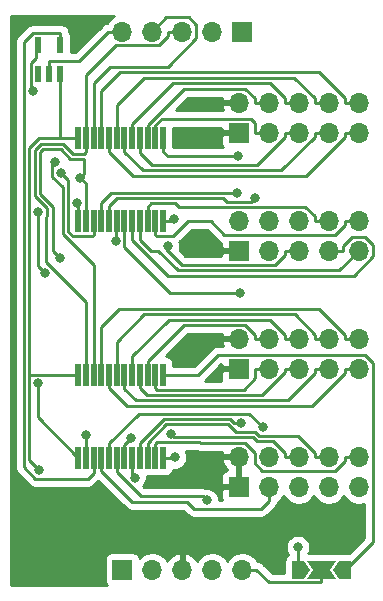
<source format=gtl>
%TF.GenerationSoftware,KiCad,Pcbnew,(5.1.6-0-10_14)*%
%TF.CreationDate,2021-04-14T13:26:41+09:00*%
%TF.ProjectId,qPCR-photo_mux_74HC4067SSOP,71504352-2d70-4686-9f74-6f5f6d75785f,rev?*%
%TF.SameCoordinates,Original*%
%TF.FileFunction,Copper,L1,Top*%
%TF.FilePolarity,Positive*%
%FSLAX46Y46*%
G04 Gerber Fmt 4.6, Leading zero omitted, Abs format (unit mm)*
G04 Created by KiCad (PCBNEW (5.1.6-0-10_14)) date 2021-04-14 13:26:41*
%MOMM*%
%LPD*%
G01*
G04 APERTURE LIST*
%TA.AperFunction,ComponentPad*%
%ADD10R,1.700000X1.700000*%
%TD*%
%TA.AperFunction,ComponentPad*%
%ADD11O,1.700000X1.700000*%
%TD*%
%TA.AperFunction,SMDPad,CuDef*%
%ADD12C,0.100000*%
%TD*%
%TA.AperFunction,Conductor*%
%ADD13C,0.100000*%
%TD*%
%TA.AperFunction,SMDPad,CuDef*%
%ADD14R,0.558800X1.473200*%
%TD*%
%TA.AperFunction,SMDPad,CuDef*%
%ADD15R,0.480000X1.900000*%
%TD*%
%TA.AperFunction,ViaPad*%
%ADD16C,0.800000*%
%TD*%
%TA.AperFunction,Conductor*%
%ADD17C,0.250000*%
%TD*%
%TA.AperFunction,Conductor*%
%ADD18C,0.254000*%
%TD*%
G04 APERTURE END LIST*
D10*
%TO.P,J2,1*%
%TO.N,ADDRESSA3*%
X103298000Y-64440000D03*
D11*
%TO.P,J2,2*%
%TO.N,ADDRESSA2*%
X100758000Y-64440000D03*
%TO.P,J2,3*%
%TO.N,ADDRESSA1*%
X98218000Y-64440000D03*
%TO.P,J2,4*%
%TO.N,ADDRESSA0*%
X95678000Y-64440000D03*
%TO.P,J2,5*%
%TO.N,MUX_SELECT*%
X93138000Y-64440000D03*
%TD*%
%TA.AperFunction,SMDPad,CuDef*%
D12*
%TO.P,JP1,1*%
%TO.N,/PD_MUX_OUT1*%
G36*
X109000000Y-110000000D02*
G01*
X108500000Y-110750000D01*
X107500000Y-110750000D01*
X107500000Y-109250000D01*
X108500000Y-109250000D01*
X109000000Y-110000000D01*
G37*
%TD.AperFunction*%
%TA.AperFunction,Conductor*%
D13*
%TD*%
%TO.N,PD_MUX_OUT*%
%TO.C,JP1*%
G36*
X110700000Y-110000000D02*
G01*
X111200000Y-110750000D01*
X108800000Y-110750000D01*
X109300000Y-110000000D01*
X108800000Y-109250000D01*
X111200000Y-109250000D01*
X110700000Y-110000000D01*
G37*
%TD.AperFunction*%
%TA.AperFunction,SMDPad,CuDef*%
D12*
%TO.P,JP1,3*%
%TO.N,/PD_MUX_OUT2*%
G36*
X111000000Y-110000000D02*
G01*
X111500000Y-109250000D01*
X112500000Y-109250000D01*
X112500000Y-110750000D01*
X111500000Y-110750000D01*
X111000000Y-110000000D01*
G37*
%TD.AperFunction*%
%TD*%
D11*
%TO.P,N_PD1,10*%
%TO.N,N_PD1_OUT1*%
X113160000Y-70460000D03*
%TO.P,N_PD1,9*%
%TO.N,N_PD1_OUT2*%
X113160000Y-73000000D03*
%TO.P,N_PD1,8*%
%TO.N,N_PD1_OUT3*%
X110620000Y-70460000D03*
%TO.P,N_PD1,7*%
%TO.N,N_PD1_OUT4*%
X110620000Y-73000000D03*
%TO.P,N_PD1,6*%
%TO.N,N_PD1_OUT5*%
X108080000Y-70460000D03*
%TO.P,N_PD1,5*%
%TO.N,N_PD1_OUT6*%
X108080000Y-73000000D03*
%TO.P,N_PD1,4*%
%TO.N,N_PD1_OUT7*%
X105540000Y-70460000D03*
%TO.P,N_PD1,3*%
%TO.N,N_PD1_OUT8*%
X105540000Y-73000000D03*
%TO.P,N_PD1,2*%
%TO.N,PHOTO_GND*%
X103000000Y-70460000D03*
D10*
%TO.P,N_PD1,1*%
X103000000Y-73000000D03*
%TD*%
%TO.P,N_PD2,1*%
%TO.N,PHOTO_GND*%
X103000000Y-83000000D03*
D11*
%TO.P,N_PD2,2*%
X103000000Y-80460000D03*
%TO.P,N_PD2,3*%
%TO.N,N_PD1_OUT16*%
X105540000Y-83000000D03*
%TO.P,N_PD2,4*%
%TO.N,N_PD1_OUT15*%
X105540000Y-80460000D03*
%TO.P,N_PD2,5*%
%TO.N,N_PD1_OUT14*%
X108080000Y-83000000D03*
%TO.P,N_PD2,6*%
%TO.N,N_PD1_OUT13*%
X108080000Y-80460000D03*
%TO.P,N_PD2,7*%
%TO.N,N_PD1_OUT12*%
X110620000Y-83000000D03*
%TO.P,N_PD2,8*%
%TO.N,N_PD1_OUT10*%
X110620000Y-80460000D03*
%TO.P,N_PD2,9*%
%TO.N,N_PD1_OUT11*%
X113160000Y-83000000D03*
%TO.P,N_PD2,10*%
%TO.N,N_PD1_OUT9*%
X113160000Y-80460000D03*
%TD*%
D10*
%TO.P,S_PD1,1*%
%TO.N,PHOTO_GND*%
X103000000Y-93000000D03*
D11*
%TO.P,S_PD1,2*%
X103000000Y-90460000D03*
%TO.P,S_PD1,3*%
%TO.N,S_PD1_OUT8*%
X105540000Y-93000000D03*
%TO.P,S_PD1,4*%
%TO.N,S_PD1_OUT7*%
X105540000Y-90460000D03*
%TO.P,S_PD1,5*%
%TO.N,S_PD1_OUT6*%
X108080000Y-93000000D03*
%TO.P,S_PD1,6*%
%TO.N,S_PD1_OUT5*%
X108080000Y-90460000D03*
%TO.P,S_PD1,7*%
%TO.N,S_PD1_OUT4*%
X110620000Y-93000000D03*
%TO.P,S_PD1,8*%
%TO.N,S_PD1_OUT3*%
X110620000Y-90460000D03*
%TO.P,S_PD1,9*%
%TO.N,S_PD1_OUT2*%
X113160000Y-93000000D03*
%TO.P,S_PD1,10*%
%TO.N,S_PD1_OUT1*%
X113160000Y-90460000D03*
%TD*%
%TO.P,S_PD2,10*%
%TO.N,S_PD1_OUT9*%
X113160000Y-100460000D03*
%TO.P,S_PD2,9*%
%TO.N,S_PD1_OUT11*%
X113160000Y-103000000D03*
%TO.P,S_PD2,8*%
%TO.N,S_PD1_OUT10*%
X110620000Y-100460000D03*
%TO.P,S_PD2,7*%
%TO.N,S_PD1_OUT12*%
X110620000Y-103000000D03*
%TO.P,S_PD2,6*%
%TO.N,S_PD1_OUT13*%
X108080000Y-100460000D03*
%TO.P,S_PD2,5*%
%TO.N,S_PD1_OUT14*%
X108080000Y-103000000D03*
%TO.P,S_PD2,4*%
%TO.N,S_PD1_OUT15*%
X105540000Y-100460000D03*
%TO.P,S_PD2,3*%
%TO.N,S_PD1_OUT16*%
X105540000Y-103000000D03*
%TO.P,S_PD2,2*%
%TO.N,PHOTO_GND*%
X103000000Y-100460000D03*
D10*
%TO.P,S_PD2,1*%
X103000000Y-103000000D03*
%TD*%
D14*
%TO.P,U2,5*%
%TO.N,LOGIC_3V3*%
X85999999Y-65612400D03*
%TO.P,U2,4*%
%TO.N,/MUX_SELECT_INV*%
X87900001Y-65612400D03*
%TO.P,U2,3*%
%TO.N,-1V*%
X87900001Y-68000000D03*
%TO.P,U2,2*%
%TO.N,MUX_SELECT*%
X86950000Y-68000000D03*
%TO.P,U2,1*%
%TO.N,N/C*%
X85999999Y-68000000D03*
%TD*%
D15*
%TO.P,U1,1*%
%TO.N,/PD_MUX_OUT2*%
X96575000Y-93495000D03*
%TO.P,U1,2*%
%TO.N,S_PD1_OUT8*%
X95925000Y-93495000D03*
%TO.P,U1,3*%
%TO.N,S_PD1_OUT7*%
X95275000Y-93495000D03*
%TO.P,U1,4*%
%TO.N,S_PD1_OUT6*%
X94625000Y-93495000D03*
%TO.P,U1,5*%
%TO.N,S_PD1_OUT5*%
X93975000Y-93495000D03*
%TO.P,U1,6*%
%TO.N,S_PD1_OUT4*%
X93325000Y-93495000D03*
%TO.P,U1,7*%
%TO.N,S_PD1_OUT3*%
X92675000Y-93495000D03*
%TO.P,U1,8*%
%TO.N,S_PD1_OUT2*%
X92025000Y-93495000D03*
%TO.P,U1,9*%
%TO.N,S_PD1_OUT1*%
X91375000Y-93495000D03*
%TO.P,U1,10*%
%TO.N,ADDRESSA0*%
X90725000Y-93495000D03*
%TO.P,U1,11*%
%TO.N,ADDRESSA1*%
X90075000Y-93495000D03*
%TO.P,U1,12*%
%TO.N,-1V*%
X89425000Y-93495000D03*
%TO.P,U1,13*%
%TO.N,ADDRESSA3*%
X89425000Y-100505000D03*
%TO.P,U1,14*%
%TO.N,ADDRESSA2*%
X90075000Y-100505000D03*
%TO.P,U1,15*%
%TO.N,/MUX_SELECT_INV*%
X90725000Y-100505000D03*
%TO.P,U1,16*%
%TO.N,S_PD1_OUT16*%
X91375000Y-100505000D03*
%TO.P,U1,17*%
%TO.N,S_PD1_OUT15*%
X92025000Y-100505000D03*
%TO.P,U1,18*%
%TO.N,S_PD1_OUT14*%
X92675000Y-100505000D03*
%TO.P,U1,19*%
%TO.N,S_PD1_OUT13*%
X93325000Y-100505000D03*
%TO.P,U1,20*%
%TO.N,S_PD1_OUT12*%
X93975000Y-100505000D03*
%TO.P,U1,21*%
%TO.N,S_PD1_OUT11*%
X94625000Y-100505000D03*
%TO.P,U1,22*%
%TO.N,S_PD1_OUT10*%
X95275000Y-100505000D03*
%TO.P,U1,23*%
%TO.N,S_PD1_OUT9*%
X95925000Y-100505000D03*
%TO.P,U1,24*%
%TO.N,LOGIC_3V3*%
X96575000Y-100505000D03*
%TD*%
%TO.P,U3,24*%
%TO.N,LOGIC_3V3*%
X96575000Y-80505000D03*
%TO.P,U3,23*%
%TO.N,N_PD1_OUT9*%
X95925000Y-80505000D03*
%TO.P,U3,22*%
%TO.N,N_PD1_OUT10*%
X95275000Y-80505000D03*
%TO.P,U3,21*%
%TO.N,N_PD1_OUT11*%
X94625000Y-80505000D03*
%TO.P,U3,20*%
%TO.N,N_PD1_OUT12*%
X93975000Y-80505000D03*
%TO.P,U3,19*%
%TO.N,N_PD1_OUT13*%
X93325000Y-80505000D03*
%TO.P,U3,18*%
%TO.N,N_PD1_OUT14*%
X92675000Y-80505000D03*
%TO.P,U3,17*%
%TO.N,N_PD1_OUT15*%
X92025000Y-80505000D03*
%TO.P,U3,16*%
%TO.N,N_PD1_OUT16*%
X91375000Y-80505000D03*
%TO.P,U3,15*%
%TO.N,MUX_SELECT*%
X90725000Y-80505000D03*
%TO.P,U3,14*%
%TO.N,ADDRESSA2*%
X90075000Y-80505000D03*
%TO.P,U3,13*%
%TO.N,ADDRESSA3*%
X89425000Y-80505000D03*
%TO.P,U3,12*%
%TO.N,-1V*%
X89425000Y-73495000D03*
%TO.P,U3,11*%
%TO.N,ADDRESSA1*%
X90075000Y-73495000D03*
%TO.P,U3,10*%
%TO.N,ADDRESSA0*%
X90725000Y-73495000D03*
%TO.P,U3,9*%
%TO.N,N_PD1_OUT1*%
X91375000Y-73495000D03*
%TO.P,U3,8*%
%TO.N,N_PD1_OUT2*%
X92025000Y-73495000D03*
%TO.P,U3,7*%
%TO.N,N_PD1_OUT3*%
X92675000Y-73495000D03*
%TO.P,U3,6*%
%TO.N,N_PD1_OUT4*%
X93325000Y-73495000D03*
%TO.P,U3,5*%
%TO.N,N_PD1_OUT5*%
X93975000Y-73495000D03*
%TO.P,U3,4*%
%TO.N,N_PD1_OUT6*%
X94625000Y-73495000D03*
%TO.P,U3,3*%
%TO.N,N_PD1_OUT7*%
X95275000Y-73495000D03*
%TO.P,U3,2*%
%TO.N,N_PD1_OUT8*%
X95925000Y-73495000D03*
%TO.P,U3,1*%
%TO.N,/PD_MUX_OUT1*%
X96575000Y-73495000D03*
%TD*%
D11*
%TO.P,J1,5*%
%TO.N,PD_MUX_OUT*%
X103298000Y-110000000D03*
%TO.P,J1,4*%
%TO.N,-1V*%
X100758000Y-110000000D03*
%TO.P,J1,3*%
%TO.N,PHOTO_GND*%
X98218000Y-110000000D03*
%TO.P,J1,2*%
%TO.N,LOGIC_3V3*%
X95678000Y-110000000D03*
D10*
%TO.P,J1,1*%
%TO.N,N/C*%
X93138000Y-110000000D03*
%TD*%
D16*
%TO.N,LOGIC_3V3*%
X85563500Y-69465700D03*
X97550000Y-80300000D03*
%TO.N,ADDRESSA3*%
X86015000Y-79753000D03*
X89280000Y-78925000D03*
X86001900Y-94220000D03*
X86589497Y-84920503D03*
%TO.N,ADDRESSA2*%
X89600000Y-76825000D03*
X90075000Y-98575000D03*
X87889700Y-83606900D03*
%TO.N,ADDRESSA0*%
X87450000Y-75450000D03*
%TO.N,MUX_SELECT*%
X87950000Y-76375000D03*
%TO.N,/PD_MUX_OUT1*%
X108000000Y-108091900D03*
X102911600Y-74997400D03*
%TO.N,N_PD1_OUT16*%
X102884600Y-78088300D03*
%TO.N,N_PD1_OUT15*%
X104342700Y-78558000D03*
%TO.N,N_PD1_OUT14*%
X97000000Y-82625000D03*
X92600000Y-82200000D03*
%TO.N,N_PD1_OUT13*%
X103115200Y-86557400D03*
%TO.N,S_PD1_OUT11*%
X103181500Y-97563500D03*
%TO.N,S_PD1_OUT12*%
X94175000Y-102200000D03*
%TO.N,S_PD1_OUT13*%
X93900000Y-98850000D03*
X97225000Y-98504999D03*
X93900000Y-98850000D03*
%TO.N,S_PD1_OUT14*%
X100328400Y-104139000D03*
%TO.N,S_PD1_OUT15*%
X105014300Y-97926700D03*
%TO.N,-1V*%
X86106948Y-101575000D03*
%TO.N,LOGIC_3V3*%
X97600000Y-100500000D03*
%TD*%
D17*
%TO.N,PD_MUX_OUT*%
X110000000Y-110000000D02*
X110000000Y-111075300D01*
X110000000Y-111075300D02*
X105548600Y-111075300D01*
X105548600Y-111075300D02*
X104473300Y-110000000D01*
X104473300Y-110000000D02*
X103298000Y-110000000D01*
%TO.N,LOGIC_3V3*%
X85848700Y-66674300D02*
X85395300Y-67127700D01*
X85395300Y-67127700D02*
X85395300Y-69297500D01*
X85395300Y-69297500D02*
X85563500Y-69465700D01*
X97345000Y-80505000D02*
X97550000Y-80300000D01*
X96575000Y-80505000D02*
X97345000Y-80505000D01*
%TO.N,PHOTO_GND*%
X103000000Y-103000000D02*
X103000000Y-100460000D01*
%TO.N,-1V*%
X86048000Y-73495000D02*
X86015000Y-73528000D01*
X85276900Y-74266100D02*
X86015000Y-73528000D01*
X85345000Y-93495000D02*
X85276900Y-93426900D01*
X89425000Y-93495000D02*
X85345000Y-93495000D01*
%TO.N,ADDRESSA3*%
X86015000Y-81737100D02*
X86015000Y-79753000D01*
X86015000Y-83002200D02*
X86015000Y-84275800D01*
X86015000Y-84275800D02*
X86624600Y-84885400D01*
X86015000Y-81737100D02*
X86015000Y-83002200D01*
X89425000Y-79070000D02*
X89280000Y-78925000D01*
X89425000Y-80505000D02*
X89425000Y-79070000D01*
X86001900Y-97081900D02*
X86001900Y-94220000D01*
X89425000Y-100505000D02*
X86001900Y-97081900D01*
%TO.N,ADDRESSA2*%
X90075000Y-100505000D02*
X90075000Y-98575000D01*
X90075000Y-77300000D02*
X89600000Y-76825000D01*
X90075000Y-80505000D02*
X90075000Y-77300000D01*
X89900000Y-76525000D02*
X89600000Y-76825000D01*
X89900000Y-75220011D02*
X89900000Y-76525000D01*
X88738599Y-75220011D02*
X89900000Y-75220011D01*
X87918588Y-74400000D02*
X88738599Y-75220011D01*
X86176920Y-78205508D02*
X86176920Y-74638900D01*
X87285000Y-79313588D02*
X86176920Y-78205508D01*
X86415820Y-74400000D02*
X87918588Y-74400000D01*
X87889700Y-83606900D02*
X87285000Y-83002200D01*
X86176920Y-74638900D02*
X86415820Y-74400000D01*
X87285000Y-83002200D02*
X87285000Y-79313588D01*
%TO.N,ADDRESSA1*%
X97042700Y-64440000D02*
X98218000Y-64440000D01*
X90075000Y-68114000D02*
X92573700Y-65615300D01*
X96234800Y-65615300D02*
X97042700Y-64807400D01*
X97042700Y-64807400D02*
X97042700Y-64440000D01*
X92573700Y-65615300D02*
X96234800Y-65615300D01*
X90075000Y-73495000D02*
X90075000Y-68114000D01*
X90075000Y-74620002D02*
X90075000Y-73495000D01*
X88924999Y-74770001D02*
X89925001Y-74770001D01*
X89925001Y-74770001D02*
X90075000Y-74620002D01*
X88100008Y-73945010D02*
X88924999Y-74770001D01*
X90075000Y-93495000D02*
X90075000Y-87380700D01*
X85726910Y-74452500D02*
X86234400Y-73945010D01*
X86740001Y-79404999D02*
X85726910Y-78391908D01*
X85726910Y-78391908D02*
X85726910Y-74452500D01*
X86740001Y-80053899D02*
X86740001Y-79404999D01*
X90075000Y-87380700D02*
X86680200Y-83985900D01*
X86234400Y-73945010D02*
X88100008Y-73945010D01*
X86680200Y-80113700D02*
X86740001Y-80053899D01*
X86680200Y-83985900D02*
X86680200Y-80113700D01*
%TO.N,ADDRESSA0*%
X92140100Y-67412700D02*
X96985900Y-67412700D01*
X96985900Y-67412700D02*
X99399000Y-64999600D01*
X99399000Y-64999600D02*
X99399000Y-63887300D01*
X99399000Y-63887300D02*
X98754500Y-63242800D01*
X98754500Y-63242800D02*
X96875200Y-63242800D01*
X96875200Y-63242800D02*
X95678000Y-64440000D01*
X90725000Y-68827800D02*
X90725000Y-73495000D01*
X92140100Y-67412700D02*
X90725000Y-68827800D01*
X88104989Y-77602991D02*
X87224999Y-76723001D01*
X88104989Y-81596401D02*
X88104989Y-77602991D01*
X90725000Y-84216412D02*
X88104989Y-81596401D01*
X87224999Y-76723001D02*
X87224999Y-75675001D01*
X87224999Y-75675001D02*
X87450000Y-75450000D01*
X90725000Y-93495000D02*
X90725000Y-84216412D01*
%TO.N,MUX_SELECT*%
X86950000Y-68000000D02*
X86950000Y-66938100D01*
X93138000Y-64440000D02*
X91962700Y-64440000D01*
X91962700Y-64440000D02*
X89464600Y-66938100D01*
X89464600Y-66938100D02*
X86950000Y-66938100D01*
X90725000Y-81630002D02*
X90575001Y-81780001D01*
X90725000Y-80505000D02*
X90725000Y-81630002D01*
X88924999Y-81780001D02*
X88554999Y-81410001D01*
X90575001Y-81780001D02*
X88924999Y-81780001D01*
X88554999Y-76979999D02*
X87950000Y-76375000D01*
X88554999Y-81410001D02*
X88554999Y-76979999D01*
%TO.N,/PD_MUX_OUT1*%
X108000000Y-108091900D02*
X108000000Y-110000000D01*
X96575000Y-74600000D02*
X96575000Y-73495000D01*
X96972400Y-74997400D02*
X96575000Y-74600000D01*
X102911600Y-74997400D02*
X96972400Y-74997400D01*
%TO.N,/PD_MUX_OUT2*%
X101237300Y-91796600D02*
X113666000Y-91796600D01*
X113666000Y-91796600D02*
X114335300Y-92465900D01*
X114335300Y-92465900D02*
X114335300Y-107664700D01*
X114335300Y-107664700D02*
X112000000Y-110000000D01*
X99538900Y-93495000D02*
X101237300Y-91796600D01*
X96575000Y-93495000D02*
X99538900Y-93495000D01*
%TO.N,N_PD1_OUT1*%
X92959700Y-67863100D02*
X109755100Y-67863100D01*
X109755100Y-67863100D02*
X111984700Y-70092700D01*
X111984700Y-70092700D02*
X111984700Y-70460000D01*
X113160000Y-70460000D02*
X111984700Y-70460000D01*
X91375000Y-69447800D02*
X92959700Y-67863100D01*
X91375000Y-73495000D02*
X91375000Y-69447800D01*
%TO.N,N_PD1_OUT2*%
X108680300Y-76671700D02*
X94076698Y-76671700D01*
X94076698Y-76671700D02*
X92025000Y-74620002D01*
X92025000Y-74620002D02*
X92025000Y-73495000D01*
X111984700Y-73367300D02*
X108680300Y-76671700D01*
X111984700Y-73000000D02*
X111984700Y-73367300D01*
X113160000Y-73000000D02*
X111984700Y-73000000D01*
%TO.N,N_PD1_OUT3*%
X95017100Y-68345700D02*
X107697700Y-68345700D01*
X107697700Y-68345700D02*
X109444700Y-70092700D01*
X109444700Y-70092700D02*
X109444700Y-70460000D01*
X110620000Y-70460000D02*
X109444700Y-70460000D01*
X92675000Y-70687800D02*
X95017100Y-68345700D01*
X92675000Y-73495000D02*
X92675000Y-70687800D01*
%TO.N,N_PD1_OUT4*%
X93325000Y-74620002D02*
X93325000Y-73495000D01*
X94909298Y-76204300D02*
X93325000Y-74620002D01*
X110620000Y-73000000D02*
X109444700Y-73000000D01*
X106607700Y-76204300D02*
X94909298Y-76204300D01*
X109444700Y-73367300D02*
X106607700Y-76204300D01*
X109444700Y-73000000D02*
X109444700Y-73367300D01*
%TO.N,N_PD1_OUT5*%
X105623500Y-68811500D02*
X106904700Y-70092700D01*
X106904700Y-70092700D02*
X106904700Y-70460000D01*
X108080000Y-70460000D02*
X106904700Y-70460000D01*
X97458500Y-68811500D02*
X105623500Y-68811500D01*
X93975000Y-72295000D02*
X97458500Y-68811500D01*
X93975000Y-73495000D02*
X93975000Y-72295000D01*
%TO.N,N_PD1_OUT6*%
X94625000Y-74695000D02*
X94625000Y-73495000D01*
X95678000Y-75748000D02*
X94625000Y-74695000D01*
X104524000Y-75748000D02*
X95678000Y-75748000D01*
X108080000Y-73000000D02*
X106904700Y-73000000D01*
X106904700Y-73367300D02*
X104524000Y-75748000D01*
X106904700Y-73000000D02*
X106904700Y-73367300D01*
%TO.N,N_PD1_OUT7*%
X104364700Y-70460000D02*
X105540000Y-70460000D01*
X103556800Y-69284700D02*
X104364700Y-70092600D01*
X98373888Y-69284700D02*
X103556800Y-69284700D01*
X95275000Y-72383588D02*
X98373888Y-69284700D01*
X104364700Y-70092600D02*
X104364700Y-70460000D01*
X95275000Y-73495000D02*
X95275000Y-72383588D01*
%TO.N,N_PD1_OUT8*%
X95925000Y-72369998D02*
X95925000Y-73495000D01*
X96470298Y-71824700D02*
X95925000Y-72369998D01*
X103997500Y-71824700D02*
X96470298Y-71824700D01*
X104364700Y-72191900D02*
X103997500Y-71824700D01*
X104364700Y-73000000D02*
X104364700Y-72191900D01*
X105540000Y-73000000D02*
X104364700Y-73000000D01*
%TO.N,N_PD1_OUT16*%
X92208700Y-78088300D02*
X102884600Y-78088300D01*
X91375000Y-78922000D02*
X91375000Y-80505000D01*
X92208700Y-78088300D02*
X91375000Y-78922000D01*
%TO.N,N_PD1_OUT15*%
X104066010Y-78834690D02*
X104342700Y-78558000D01*
X101688310Y-78538310D02*
X101984690Y-78834690D01*
X101984690Y-78834690D02*
X104066010Y-78834690D01*
X92696690Y-78538310D02*
X101688310Y-78538310D01*
X92025000Y-79210000D02*
X92696690Y-78538310D01*
X92025000Y-80505000D02*
X92025000Y-79210000D01*
%TO.N,N_PD1_OUT14*%
X108080000Y-83000000D02*
X106904700Y-83000000D01*
X106904700Y-83367400D02*
X106904700Y-83000000D01*
X106096800Y-84175300D02*
X106904700Y-83367400D01*
X98172300Y-84175300D02*
X106096800Y-84175300D01*
X96812000Y-82815000D02*
X98172300Y-84175300D01*
X97000000Y-82627000D02*
X97000000Y-82625000D01*
X96812000Y-82815000D02*
X97000000Y-82627000D01*
X92600000Y-80580000D02*
X92675000Y-80505000D01*
X92600000Y-82200000D02*
X92600000Y-80580000D01*
%TO.N,N_PD1_OUT13*%
X97190200Y-86557400D02*
X93325000Y-82692200D01*
X93325000Y-82692200D02*
X93325000Y-80505000D01*
X103115200Y-86557400D02*
X97190200Y-86557400D01*
%TO.N,N_PD1_OUT12*%
X97001800Y-85099000D02*
X93975000Y-82072200D01*
X93975000Y-82072200D02*
X93975000Y-80505000D01*
X114345400Y-83477900D02*
X112724300Y-85099000D01*
X114345400Y-82515100D02*
X114345400Y-83477900D01*
X112724300Y-85099000D02*
X97001800Y-85099000D01*
X111795300Y-82632600D02*
X112603200Y-81824700D01*
X113655000Y-81824700D02*
X114345400Y-82515100D01*
X110620000Y-83000000D02*
X111795300Y-83000000D01*
X112603200Y-81824700D02*
X113655000Y-81824700D01*
X111795300Y-83000000D02*
X111795300Y-82632600D01*
%TO.N,N_PD1_OUT10*%
X95275000Y-79300000D02*
X95275000Y-80505000D01*
X95586680Y-78988320D02*
X95275000Y-79300000D01*
X97613320Y-78988320D02*
X95586680Y-78988320D01*
X108636800Y-79284700D02*
X97909700Y-79284700D01*
X109444700Y-80092600D02*
X108636800Y-79284700D01*
X97909700Y-79284700D02*
X97613320Y-78988320D01*
X109444700Y-80460000D02*
X109444700Y-80092600D01*
X110620000Y-80460000D02*
X109444700Y-80460000D01*
%TO.N,N_PD1_OUT11*%
X113160000Y-83000000D02*
X111513800Y-84646200D01*
X111513800Y-84646200D02*
X97819000Y-84646200D01*
X97819000Y-84646200D02*
X96175000Y-83002200D01*
X96175000Y-83002200D02*
X95541410Y-83002200D01*
X94625000Y-82085790D02*
X94625000Y-80505000D01*
X95541410Y-83002200D02*
X94625000Y-82085790D01*
%TO.N,N_PD1_OUT9*%
X113160000Y-80460000D02*
X111984700Y-80460000D01*
X98715000Y-80472000D02*
X100619900Y-80472000D01*
X100619900Y-80472000D02*
X101783200Y-81635300D01*
X101783200Y-81635300D02*
X111176800Y-81635300D01*
X111176800Y-81635300D02*
X111984700Y-80827400D01*
X111984700Y-80827400D02*
X111984700Y-80460000D01*
X96074999Y-81780001D02*
X95925000Y-81630002D01*
X97406999Y-81780001D02*
X96074999Y-81780001D01*
X95925000Y-81630002D02*
X95925000Y-80505000D01*
X98715000Y-80472000D02*
X97406999Y-81780001D01*
%TO.N,S_PD1_OUT8*%
X95925000Y-94620002D02*
X95925000Y-93495000D01*
X96074999Y-94770001D02*
X95925000Y-94620002D01*
X103402799Y-94770001D02*
X96074999Y-94770001D01*
X104364700Y-93808100D02*
X103402799Y-94770001D01*
X104364700Y-93000000D02*
X104364700Y-93808100D01*
X105540000Y-93000000D02*
X104364700Y-93000000D01*
%TO.N,S_PD1_OUT7*%
X104364700Y-90460000D02*
X105540000Y-90460000D01*
X103556800Y-89284700D02*
X104364700Y-90092600D01*
X104364700Y-90092600D02*
X104364700Y-90460000D01*
X98360298Y-89284700D02*
X103556800Y-89284700D01*
X95275000Y-92369998D02*
X98360298Y-89284700D01*
X95275000Y-93495000D02*
X95275000Y-92369998D01*
%TO.N,S_PD1_OUT6*%
X104985990Y-95220010D02*
X95225008Y-95220010D01*
X95225008Y-95220010D02*
X94625000Y-94620002D01*
X94625000Y-94620002D02*
X94625000Y-93495000D01*
X106904700Y-93301300D02*
X104985990Y-95220010D01*
X106904700Y-93000000D02*
X106904700Y-93301300D01*
X108080000Y-93000000D02*
X106904700Y-93000000D01*
%TO.N,S_PD1_OUT5*%
X108080000Y-90460000D02*
X106904700Y-90460000D01*
X106904700Y-90460000D02*
X106904700Y-90097700D01*
X106904700Y-90097700D02*
X105641400Y-88834400D01*
X105641400Y-88834400D02*
X97068400Y-88834400D01*
X93975000Y-91927800D02*
X97068400Y-88834400D01*
X93975000Y-93495000D02*
X93975000Y-91927800D01*
%TO.N,S_PD1_OUT4*%
X109444700Y-93000000D02*
X110620000Y-93000000D01*
X93325000Y-93495000D02*
X93325000Y-94695000D01*
X107142081Y-95670019D02*
X109444700Y-93367400D01*
X109444700Y-93367400D02*
X109444700Y-93000000D01*
X94300019Y-95670019D02*
X107142081Y-95670019D01*
X93325000Y-94695000D02*
X94300019Y-95670019D01*
%TO.N,S_PD1_OUT3*%
X94978700Y-88384100D02*
X107736200Y-88384100D01*
X107736200Y-88384100D02*
X109444700Y-90092600D01*
X109444700Y-90092600D02*
X109444700Y-90460000D01*
X110620000Y-90460000D02*
X109444700Y-90460000D01*
X92675000Y-90687800D02*
X94978700Y-88384100D01*
X92675000Y-93495000D02*
X92675000Y-90687800D01*
%TO.N,S_PD1_OUT2*%
X92025000Y-94620002D02*
X92025000Y-93495000D01*
X111984700Y-93000000D02*
X111984700Y-93367400D01*
X111984700Y-93367400D02*
X109232071Y-96120029D01*
X93525026Y-96120028D02*
X92025000Y-94620002D01*
X109232071Y-96120029D02*
X93525026Y-96120028D01*
X113160000Y-93000000D02*
X111984700Y-93000000D01*
%TO.N,S_PD1_OUT1*%
X113160000Y-90460000D02*
X111984700Y-90460000D01*
X92889100Y-87933700D02*
X109825700Y-87933700D01*
X109825700Y-87933700D02*
X111984700Y-90092700D01*
X111984700Y-90092700D02*
X111984700Y-90460000D01*
X91375000Y-89447800D02*
X91375000Y-93495000D01*
X92889100Y-87933700D02*
X91375000Y-89447800D01*
%TO.N,S_PD1_OUT9*%
X95925000Y-99379998D02*
X95925000Y-100505000D01*
X103526600Y-99248300D02*
X99726990Y-99248300D01*
X104364600Y-100086300D02*
X103526600Y-99248300D01*
X96074999Y-99229999D02*
X95925000Y-99379998D01*
X99708689Y-99229999D02*
X96074999Y-99229999D01*
X111984700Y-100460000D02*
X111984700Y-100827400D01*
X99726990Y-99248300D02*
X99708689Y-99229999D01*
X104364600Y-101010900D02*
X104364600Y-100086300D01*
X111984700Y-100827400D02*
X111176800Y-101635300D01*
X104989000Y-101635300D02*
X104364600Y-101010900D01*
X113160000Y-100460000D02*
X111984700Y-100460000D01*
X111176800Y-101635300D02*
X104989000Y-101635300D01*
%TO.N,S_PD1_OUT11*%
X102281825Y-97229510D02*
X96700490Y-97229510D01*
X102615815Y-97563500D02*
X102281825Y-97229510D01*
X94625000Y-99305000D02*
X94625000Y-100505000D01*
X96700490Y-97229510D02*
X94625000Y-99305000D01*
X103181500Y-97563500D02*
X102615815Y-97563500D01*
%TO.N,S_PD1_OUT10*%
X95275000Y-99305000D02*
X95275000Y-100505000D01*
X102095425Y-97679520D02*
X102074945Y-97700000D01*
X102763505Y-98347600D02*
X102095425Y-97679520D01*
X104409500Y-98347600D02*
X102763505Y-98347600D01*
X104713900Y-98652000D02*
X104409500Y-98347600D01*
X108004100Y-98652000D02*
X104713900Y-98652000D01*
X96880000Y-97700000D02*
X95275000Y-99305000D01*
X110620000Y-100460000D02*
X109444700Y-100460000D01*
X109444700Y-100092600D02*
X108004100Y-98652000D01*
X102074945Y-97700000D02*
X96880000Y-97700000D01*
X109444700Y-100460000D02*
X109444700Y-100092600D01*
%TO.N,S_PD1_OUT12*%
X93975000Y-102000000D02*
X94175000Y-102200000D01*
X93975000Y-100505000D02*
X93975000Y-102000000D01*
%TO.N,S_PD1_OUT13*%
X99913000Y-98797900D02*
X104222900Y-98797900D01*
X104222900Y-98797900D02*
X104527300Y-99102300D01*
X104527300Y-99102300D02*
X105914300Y-99102300D01*
X105914300Y-99102300D02*
X106904700Y-100092700D01*
X106904700Y-100092700D02*
X106904700Y-100460000D01*
X108080000Y-100460000D02*
X106904700Y-100460000D01*
X93325000Y-99425000D02*
X93900000Y-98850000D01*
X93325000Y-100505000D02*
X93325000Y-99425000D01*
X97499990Y-98779989D02*
X97225000Y-98504999D01*
X99895089Y-98779989D02*
X97499990Y-98779989D01*
X99913000Y-98797900D02*
X99895089Y-98779989D01*
%TO.N,S_PD1_OUT14*%
X99988000Y-103798600D02*
X100328400Y-104139000D01*
X94700598Y-103798600D02*
X99988000Y-103798600D01*
X92675000Y-101773002D02*
X94700598Y-103798600D01*
X92675000Y-100505000D02*
X92675000Y-101773002D01*
%TO.N,S_PD1_OUT15*%
X103867100Y-96779500D02*
X105014300Y-97926700D01*
X92025000Y-99305000D02*
X94550500Y-96779500D01*
X94550500Y-96779500D02*
X103867100Y-96779500D01*
X92025000Y-100505000D02*
X92025000Y-99305000D01*
%TO.N,S_PD1_OUT16*%
X105540000Y-104175300D02*
X105540000Y-103000000D01*
X104851299Y-104864001D02*
X105540000Y-104175300D01*
X99215391Y-104864001D02*
X104851299Y-104864001D01*
X98600000Y-104248610D02*
X99215391Y-104864001D01*
X93993608Y-104248610D02*
X98600000Y-104248610D01*
X91375000Y-101630002D02*
X93993608Y-104248610D01*
X91375000Y-100505000D02*
X91375000Y-101630002D01*
%TO.N,/MUX_SELECT_INV*%
X87900000Y-64550500D02*
X87900000Y-65612400D01*
X84826500Y-65309700D02*
X85585700Y-64550500D01*
X85585700Y-64550500D02*
X87900000Y-64550500D01*
X84826500Y-101337910D02*
X85788590Y-102300000D01*
X84826500Y-65309700D02*
X84826500Y-101337910D01*
X90725000Y-101775000D02*
X90725000Y-100505000D01*
X90200000Y-102300000D02*
X90725000Y-101775000D01*
X85788590Y-102300000D02*
X90200000Y-102300000D01*
%TO.N,-1V*%
X85276900Y-93426900D02*
X85276900Y-93223100D01*
X85276510Y-100744562D02*
X86106948Y-101575000D01*
X85276510Y-93223490D02*
X85276510Y-100744562D01*
X85276900Y-93223100D02*
X85276510Y-93223490D01*
X85276900Y-93223100D02*
X85276900Y-74266100D01*
X87900000Y-73390000D02*
X88005000Y-73495000D01*
X87900000Y-68000000D02*
X87900000Y-73390000D01*
X88005000Y-73495000D02*
X86048000Y-73495000D01*
X89425000Y-73495000D02*
X88005000Y-73495000D01*
%TO.N,LOGIC_3V3*%
X97595000Y-100505000D02*
X97600000Y-100500000D01*
X96575000Y-100505000D02*
X97595000Y-100505000D01*
X85848700Y-65763699D02*
X85999999Y-65612400D01*
X85848700Y-66674300D02*
X85848700Y-65763699D01*
%TD*%
D18*
%TO.N,PHOTO_GND*%
G36*
X92191368Y-63286525D02*
G01*
X91984525Y-63493368D01*
X91855204Y-63686911D01*
X91813714Y-63690997D01*
X91670453Y-63734454D01*
X91538423Y-63805026D01*
X91483663Y-63849967D01*
X91422699Y-63899999D01*
X91398901Y-63928997D01*
X89149799Y-66178100D01*
X88817473Y-66178100D01*
X88817473Y-64875800D01*
X88805213Y-64751318D01*
X88768903Y-64631620D01*
X88709938Y-64521306D01*
X88654100Y-64453267D01*
X88649003Y-64401514D01*
X88605546Y-64258253D01*
X88534974Y-64126224D01*
X88440001Y-64010499D01*
X88324276Y-63915526D01*
X88192247Y-63844954D01*
X88048986Y-63801497D01*
X87937333Y-63790500D01*
X87900000Y-63786823D01*
X87862667Y-63790500D01*
X85623023Y-63790500D01*
X85585700Y-63786824D01*
X85548377Y-63790500D01*
X85548367Y-63790500D01*
X85436714Y-63801497D01*
X85293453Y-63844954D01*
X85161423Y-63915526D01*
X85077783Y-63984168D01*
X85045699Y-64010499D01*
X85021901Y-64039498D01*
X84315502Y-64745897D01*
X84286499Y-64769699D01*
X84231371Y-64836874D01*
X84191526Y-64885424D01*
X84140799Y-64980327D01*
X84120954Y-65017454D01*
X84077497Y-65160715D01*
X84066500Y-65272368D01*
X84066500Y-65272378D01*
X84062824Y-65309700D01*
X84066500Y-65347022D01*
X84066501Y-101300577D01*
X84062824Y-101337910D01*
X84066501Y-101375243D01*
X84074357Y-101455000D01*
X84077498Y-101486895D01*
X84120954Y-101630156D01*
X84191526Y-101762186D01*
X84260742Y-101846525D01*
X84286500Y-101877911D01*
X84315498Y-101901709D01*
X85224791Y-102811003D01*
X85248589Y-102840001D01*
X85364314Y-102934974D01*
X85496343Y-103005546D01*
X85639604Y-103049003D01*
X85751257Y-103060000D01*
X85751265Y-103060000D01*
X85788590Y-103063676D01*
X85825915Y-103060000D01*
X90162678Y-103060000D01*
X90200000Y-103063676D01*
X90237322Y-103060000D01*
X90237333Y-103060000D01*
X90348986Y-103049003D01*
X90492247Y-103005546D01*
X90624276Y-102934974D01*
X90740001Y-102840001D01*
X90763803Y-102810998D01*
X91122499Y-102452302D01*
X93429808Y-104759612D01*
X93453607Y-104788611D01*
X93482605Y-104812409D01*
X93569331Y-104883584D01*
X93680372Y-104942937D01*
X93701361Y-104954156D01*
X93844622Y-104997613D01*
X93956275Y-105008610D01*
X93956285Y-105008610D01*
X93993608Y-105012286D01*
X94030931Y-105008610D01*
X98285199Y-105008610D01*
X98651591Y-105375003D01*
X98675390Y-105404002D01*
X98791115Y-105498975D01*
X98923144Y-105569547D01*
X99066405Y-105613004D01*
X99178058Y-105624001D01*
X99178067Y-105624001D01*
X99215390Y-105627677D01*
X99252713Y-105624001D01*
X104813977Y-105624001D01*
X104851299Y-105627677D01*
X104888621Y-105624001D01*
X104888632Y-105624001D01*
X105000285Y-105613004D01*
X105143546Y-105569547D01*
X105275575Y-105498975D01*
X105391300Y-105404002D01*
X105415102Y-105374999D01*
X106051004Y-104739098D01*
X106080001Y-104715301D01*
X106174974Y-104599576D01*
X106245546Y-104467547D01*
X106289003Y-104324286D01*
X106293089Y-104282796D01*
X106486632Y-104153475D01*
X106693475Y-103946632D01*
X106810000Y-103772240D01*
X106926525Y-103946632D01*
X107133368Y-104153475D01*
X107376589Y-104315990D01*
X107646842Y-104427932D01*
X107933740Y-104485000D01*
X108226260Y-104485000D01*
X108513158Y-104427932D01*
X108783411Y-104315990D01*
X109026632Y-104153475D01*
X109233475Y-103946632D01*
X109350000Y-103772240D01*
X109466525Y-103946632D01*
X109673368Y-104153475D01*
X109916589Y-104315990D01*
X110186842Y-104427932D01*
X110473740Y-104485000D01*
X110766260Y-104485000D01*
X111053158Y-104427932D01*
X111323411Y-104315990D01*
X111566632Y-104153475D01*
X111773475Y-103946632D01*
X111890000Y-103772240D01*
X112006525Y-103946632D01*
X112213368Y-104153475D01*
X112456589Y-104315990D01*
X112726842Y-104427932D01*
X113013740Y-104485000D01*
X113306260Y-104485000D01*
X113575301Y-104431484D01*
X113575301Y-107349897D01*
X112313271Y-108611928D01*
X111500000Y-108611928D01*
X111374864Y-108624319D01*
X111349936Y-108631909D01*
X111324482Y-108624188D01*
X111200000Y-108611928D01*
X108897312Y-108611928D01*
X108917205Y-108582156D01*
X108995226Y-108393798D01*
X109035000Y-108193839D01*
X109035000Y-107989961D01*
X108995226Y-107790002D01*
X108917205Y-107601644D01*
X108803937Y-107432126D01*
X108659774Y-107287963D01*
X108490256Y-107174695D01*
X108301898Y-107096674D01*
X108101939Y-107056900D01*
X107898061Y-107056900D01*
X107698102Y-107096674D01*
X107509744Y-107174695D01*
X107340226Y-107287963D01*
X107196063Y-107432126D01*
X107082795Y-107601644D01*
X107004774Y-107790002D01*
X106965000Y-107989961D01*
X106965000Y-108193839D01*
X107004774Y-108393798D01*
X107082795Y-108582156D01*
X107166900Y-108708028D01*
X107145506Y-108719463D01*
X107048815Y-108798815D01*
X106969463Y-108895506D01*
X106910498Y-109005820D01*
X106874188Y-109125518D01*
X106861928Y-109250000D01*
X106861928Y-110315300D01*
X105863402Y-110315300D01*
X105037104Y-109489002D01*
X105013301Y-109459999D01*
X104897576Y-109365026D01*
X104765547Y-109294454D01*
X104622286Y-109250997D01*
X104580796Y-109246911D01*
X104451475Y-109053368D01*
X104244632Y-108846525D01*
X104001411Y-108684010D01*
X103731158Y-108572068D01*
X103444260Y-108515000D01*
X103151740Y-108515000D01*
X102864842Y-108572068D01*
X102594589Y-108684010D01*
X102351368Y-108846525D01*
X102144525Y-109053368D01*
X102028000Y-109227760D01*
X101911475Y-109053368D01*
X101704632Y-108846525D01*
X101461411Y-108684010D01*
X101191158Y-108572068D01*
X100904260Y-108515000D01*
X100611740Y-108515000D01*
X100324842Y-108572068D01*
X100054589Y-108684010D01*
X99811368Y-108846525D01*
X99604525Y-109053368D01*
X99482805Y-109235534D01*
X99413178Y-109118645D01*
X99218269Y-108902412D01*
X98984920Y-108728359D01*
X98722099Y-108603175D01*
X98574890Y-108558524D01*
X98345000Y-108679845D01*
X98345000Y-109873000D01*
X98365000Y-109873000D01*
X98365000Y-110127000D01*
X98345000Y-110127000D01*
X98345000Y-110147000D01*
X98091000Y-110147000D01*
X98091000Y-110127000D01*
X98071000Y-110127000D01*
X98071000Y-109873000D01*
X98091000Y-109873000D01*
X98091000Y-108679845D01*
X97861110Y-108558524D01*
X97713901Y-108603175D01*
X97451080Y-108728359D01*
X97217731Y-108902412D01*
X97022822Y-109118645D01*
X96953195Y-109235534D01*
X96831475Y-109053368D01*
X96624632Y-108846525D01*
X96381411Y-108684010D01*
X96111158Y-108572068D01*
X95824260Y-108515000D01*
X95531740Y-108515000D01*
X95244842Y-108572068D01*
X94974589Y-108684010D01*
X94731368Y-108846525D01*
X94599513Y-108978380D01*
X94577502Y-108905820D01*
X94518537Y-108795506D01*
X94439185Y-108698815D01*
X94342494Y-108619463D01*
X94232180Y-108560498D01*
X94112482Y-108524188D01*
X93988000Y-108511928D01*
X92288000Y-108511928D01*
X92163518Y-108524188D01*
X92043820Y-108560498D01*
X91933506Y-108619463D01*
X91836815Y-108698815D01*
X91757463Y-108795506D01*
X91698498Y-108905820D01*
X91662188Y-109025518D01*
X91649928Y-109150000D01*
X91649928Y-110850000D01*
X91662188Y-110974482D01*
X91698498Y-111094180D01*
X91757463Y-111204494D01*
X91836815Y-111301185D01*
X91853649Y-111315000D01*
X83685000Y-111315000D01*
X83685000Y-63125000D01*
X92433107Y-63125000D01*
X92191368Y-63286525D01*
G37*
X92191368Y-63286525D02*
X91984525Y-63493368D01*
X91855204Y-63686911D01*
X91813714Y-63690997D01*
X91670453Y-63734454D01*
X91538423Y-63805026D01*
X91483663Y-63849967D01*
X91422699Y-63899999D01*
X91398901Y-63928997D01*
X89149799Y-66178100D01*
X88817473Y-66178100D01*
X88817473Y-64875800D01*
X88805213Y-64751318D01*
X88768903Y-64631620D01*
X88709938Y-64521306D01*
X88654100Y-64453267D01*
X88649003Y-64401514D01*
X88605546Y-64258253D01*
X88534974Y-64126224D01*
X88440001Y-64010499D01*
X88324276Y-63915526D01*
X88192247Y-63844954D01*
X88048986Y-63801497D01*
X87937333Y-63790500D01*
X87900000Y-63786823D01*
X87862667Y-63790500D01*
X85623023Y-63790500D01*
X85585700Y-63786824D01*
X85548377Y-63790500D01*
X85548367Y-63790500D01*
X85436714Y-63801497D01*
X85293453Y-63844954D01*
X85161423Y-63915526D01*
X85077783Y-63984168D01*
X85045699Y-64010499D01*
X85021901Y-64039498D01*
X84315502Y-64745897D01*
X84286499Y-64769699D01*
X84231371Y-64836874D01*
X84191526Y-64885424D01*
X84140799Y-64980327D01*
X84120954Y-65017454D01*
X84077497Y-65160715D01*
X84066500Y-65272368D01*
X84066500Y-65272378D01*
X84062824Y-65309700D01*
X84066500Y-65347022D01*
X84066501Y-101300577D01*
X84062824Y-101337910D01*
X84066501Y-101375243D01*
X84074357Y-101455000D01*
X84077498Y-101486895D01*
X84120954Y-101630156D01*
X84191526Y-101762186D01*
X84260742Y-101846525D01*
X84286500Y-101877911D01*
X84315498Y-101901709D01*
X85224791Y-102811003D01*
X85248589Y-102840001D01*
X85364314Y-102934974D01*
X85496343Y-103005546D01*
X85639604Y-103049003D01*
X85751257Y-103060000D01*
X85751265Y-103060000D01*
X85788590Y-103063676D01*
X85825915Y-103060000D01*
X90162678Y-103060000D01*
X90200000Y-103063676D01*
X90237322Y-103060000D01*
X90237333Y-103060000D01*
X90348986Y-103049003D01*
X90492247Y-103005546D01*
X90624276Y-102934974D01*
X90740001Y-102840001D01*
X90763803Y-102810998D01*
X91122499Y-102452302D01*
X93429808Y-104759612D01*
X93453607Y-104788611D01*
X93482605Y-104812409D01*
X93569331Y-104883584D01*
X93680372Y-104942937D01*
X93701361Y-104954156D01*
X93844622Y-104997613D01*
X93956275Y-105008610D01*
X93956285Y-105008610D01*
X93993608Y-105012286D01*
X94030931Y-105008610D01*
X98285199Y-105008610D01*
X98651591Y-105375003D01*
X98675390Y-105404002D01*
X98791115Y-105498975D01*
X98923144Y-105569547D01*
X99066405Y-105613004D01*
X99178058Y-105624001D01*
X99178067Y-105624001D01*
X99215390Y-105627677D01*
X99252713Y-105624001D01*
X104813977Y-105624001D01*
X104851299Y-105627677D01*
X104888621Y-105624001D01*
X104888632Y-105624001D01*
X105000285Y-105613004D01*
X105143546Y-105569547D01*
X105275575Y-105498975D01*
X105391300Y-105404002D01*
X105415102Y-105374999D01*
X106051004Y-104739098D01*
X106080001Y-104715301D01*
X106174974Y-104599576D01*
X106245546Y-104467547D01*
X106289003Y-104324286D01*
X106293089Y-104282796D01*
X106486632Y-104153475D01*
X106693475Y-103946632D01*
X106810000Y-103772240D01*
X106926525Y-103946632D01*
X107133368Y-104153475D01*
X107376589Y-104315990D01*
X107646842Y-104427932D01*
X107933740Y-104485000D01*
X108226260Y-104485000D01*
X108513158Y-104427932D01*
X108783411Y-104315990D01*
X109026632Y-104153475D01*
X109233475Y-103946632D01*
X109350000Y-103772240D01*
X109466525Y-103946632D01*
X109673368Y-104153475D01*
X109916589Y-104315990D01*
X110186842Y-104427932D01*
X110473740Y-104485000D01*
X110766260Y-104485000D01*
X111053158Y-104427932D01*
X111323411Y-104315990D01*
X111566632Y-104153475D01*
X111773475Y-103946632D01*
X111890000Y-103772240D01*
X112006525Y-103946632D01*
X112213368Y-104153475D01*
X112456589Y-104315990D01*
X112726842Y-104427932D01*
X113013740Y-104485000D01*
X113306260Y-104485000D01*
X113575301Y-104431484D01*
X113575301Y-107349897D01*
X112313271Y-108611928D01*
X111500000Y-108611928D01*
X111374864Y-108624319D01*
X111349936Y-108631909D01*
X111324482Y-108624188D01*
X111200000Y-108611928D01*
X108897312Y-108611928D01*
X108917205Y-108582156D01*
X108995226Y-108393798D01*
X109035000Y-108193839D01*
X109035000Y-107989961D01*
X108995226Y-107790002D01*
X108917205Y-107601644D01*
X108803937Y-107432126D01*
X108659774Y-107287963D01*
X108490256Y-107174695D01*
X108301898Y-107096674D01*
X108101939Y-107056900D01*
X107898061Y-107056900D01*
X107698102Y-107096674D01*
X107509744Y-107174695D01*
X107340226Y-107287963D01*
X107196063Y-107432126D01*
X107082795Y-107601644D01*
X107004774Y-107790002D01*
X106965000Y-107989961D01*
X106965000Y-108193839D01*
X107004774Y-108393798D01*
X107082795Y-108582156D01*
X107166900Y-108708028D01*
X107145506Y-108719463D01*
X107048815Y-108798815D01*
X106969463Y-108895506D01*
X106910498Y-109005820D01*
X106874188Y-109125518D01*
X106861928Y-109250000D01*
X106861928Y-110315300D01*
X105863402Y-110315300D01*
X105037104Y-109489002D01*
X105013301Y-109459999D01*
X104897576Y-109365026D01*
X104765547Y-109294454D01*
X104622286Y-109250997D01*
X104580796Y-109246911D01*
X104451475Y-109053368D01*
X104244632Y-108846525D01*
X104001411Y-108684010D01*
X103731158Y-108572068D01*
X103444260Y-108515000D01*
X103151740Y-108515000D01*
X102864842Y-108572068D01*
X102594589Y-108684010D01*
X102351368Y-108846525D01*
X102144525Y-109053368D01*
X102028000Y-109227760D01*
X101911475Y-109053368D01*
X101704632Y-108846525D01*
X101461411Y-108684010D01*
X101191158Y-108572068D01*
X100904260Y-108515000D01*
X100611740Y-108515000D01*
X100324842Y-108572068D01*
X100054589Y-108684010D01*
X99811368Y-108846525D01*
X99604525Y-109053368D01*
X99482805Y-109235534D01*
X99413178Y-109118645D01*
X99218269Y-108902412D01*
X98984920Y-108728359D01*
X98722099Y-108603175D01*
X98574890Y-108558524D01*
X98345000Y-108679845D01*
X98345000Y-109873000D01*
X98365000Y-109873000D01*
X98365000Y-110127000D01*
X98345000Y-110127000D01*
X98345000Y-110147000D01*
X98091000Y-110147000D01*
X98091000Y-110127000D01*
X98071000Y-110127000D01*
X98071000Y-109873000D01*
X98091000Y-109873000D01*
X98091000Y-108679845D01*
X97861110Y-108558524D01*
X97713901Y-108603175D01*
X97451080Y-108728359D01*
X97217731Y-108902412D01*
X97022822Y-109118645D01*
X96953195Y-109235534D01*
X96831475Y-109053368D01*
X96624632Y-108846525D01*
X96381411Y-108684010D01*
X96111158Y-108572068D01*
X95824260Y-108515000D01*
X95531740Y-108515000D01*
X95244842Y-108572068D01*
X94974589Y-108684010D01*
X94731368Y-108846525D01*
X94599513Y-108978380D01*
X94577502Y-108905820D01*
X94518537Y-108795506D01*
X94439185Y-108698815D01*
X94342494Y-108619463D01*
X94232180Y-108560498D01*
X94112482Y-108524188D01*
X93988000Y-108511928D01*
X92288000Y-108511928D01*
X92163518Y-108524188D01*
X92043820Y-108560498D01*
X91933506Y-108619463D01*
X91836815Y-108698815D01*
X91757463Y-108795506D01*
X91698498Y-108905820D01*
X91662188Y-109025518D01*
X91649928Y-109150000D01*
X91649928Y-110850000D01*
X91662188Y-110974482D01*
X91698498Y-111094180D01*
X91757463Y-111204494D01*
X91836815Y-111301185D01*
X91853649Y-111315000D01*
X83685000Y-111315000D01*
X83685000Y-63125000D01*
X92433107Y-63125000D01*
X92191368Y-63286525D01*
G36*
X99578004Y-99997303D02*
G01*
X99689657Y-100008300D01*
X99726990Y-100011977D01*
X99764323Y-100008300D01*
X101592151Y-100008300D01*
X101558519Y-100103109D01*
X101679186Y-100333000D01*
X102873000Y-100333000D01*
X102873000Y-100313000D01*
X103127000Y-100313000D01*
X103127000Y-100333000D01*
X103147000Y-100333000D01*
X103147000Y-100587000D01*
X103127000Y-100587000D01*
X103127000Y-102873000D01*
X103147000Y-102873000D01*
X103147000Y-103127000D01*
X103127000Y-103127000D01*
X103127000Y-103147000D01*
X102873000Y-103147000D01*
X102873000Y-103127000D01*
X101673750Y-103127000D01*
X101515000Y-103285750D01*
X101511928Y-103850000D01*
X101524188Y-103974482D01*
X101560498Y-104094180D01*
X101565748Y-104104001D01*
X101363400Y-104104001D01*
X101363400Y-104037061D01*
X101323626Y-103837102D01*
X101245605Y-103648744D01*
X101132337Y-103479226D01*
X100988174Y-103335063D01*
X100818656Y-103221795D01*
X100630298Y-103143774D01*
X100430339Y-103104000D01*
X100300725Y-103104000D01*
X100280247Y-103093054D01*
X100136986Y-103049597D01*
X100025333Y-103038600D01*
X100025322Y-103038600D01*
X99988000Y-103034924D01*
X99950678Y-103038600D01*
X95015400Y-103038600D01*
X94907755Y-102930956D01*
X94978937Y-102859774D01*
X95092205Y-102690256D01*
X95170226Y-102501898D01*
X95210000Y-102301939D01*
X95210000Y-102150000D01*
X101511928Y-102150000D01*
X101515000Y-102714250D01*
X101673750Y-102873000D01*
X102873000Y-102873000D01*
X102873000Y-100587000D01*
X101679186Y-100587000D01*
X101558519Y-100816891D01*
X101655843Y-101091252D01*
X101804822Y-101341355D01*
X101981626Y-101537502D01*
X101905820Y-101560498D01*
X101795506Y-101619463D01*
X101698815Y-101698815D01*
X101619463Y-101795506D01*
X101560498Y-101905820D01*
X101524188Y-102025518D01*
X101511928Y-102150000D01*
X95210000Y-102150000D01*
X95210000Y-102098061D01*
X95209008Y-102093072D01*
X95515000Y-102093072D01*
X95600000Y-102084701D01*
X95685000Y-102093072D01*
X96165000Y-102093072D01*
X96250000Y-102084701D01*
X96335000Y-102093072D01*
X96815000Y-102093072D01*
X96939482Y-102080812D01*
X97059180Y-102044502D01*
X97169494Y-101985537D01*
X97266185Y-101906185D01*
X97345537Y-101809494D01*
X97404502Y-101699180D01*
X97440812Y-101579482D01*
X97446209Y-101524686D01*
X97498061Y-101535000D01*
X97701939Y-101535000D01*
X97901898Y-101495226D01*
X98090256Y-101417205D01*
X98259774Y-101303937D01*
X98403937Y-101159774D01*
X98517205Y-100990256D01*
X98595226Y-100801898D01*
X98635000Y-100601939D01*
X98635000Y-100398061D01*
X98595226Y-100198102D01*
X98517205Y-100009744D01*
X98504012Y-99989999D01*
X99553926Y-99989999D01*
X99578004Y-99997303D01*
G37*
X99578004Y-99997303D02*
X99689657Y-100008300D01*
X99726990Y-100011977D01*
X99764323Y-100008300D01*
X101592151Y-100008300D01*
X101558519Y-100103109D01*
X101679186Y-100333000D01*
X102873000Y-100333000D01*
X102873000Y-100313000D01*
X103127000Y-100313000D01*
X103127000Y-100333000D01*
X103147000Y-100333000D01*
X103147000Y-100587000D01*
X103127000Y-100587000D01*
X103127000Y-102873000D01*
X103147000Y-102873000D01*
X103147000Y-103127000D01*
X103127000Y-103127000D01*
X103127000Y-103147000D01*
X102873000Y-103147000D01*
X102873000Y-103127000D01*
X101673750Y-103127000D01*
X101515000Y-103285750D01*
X101511928Y-103850000D01*
X101524188Y-103974482D01*
X101560498Y-104094180D01*
X101565748Y-104104001D01*
X101363400Y-104104001D01*
X101363400Y-104037061D01*
X101323626Y-103837102D01*
X101245605Y-103648744D01*
X101132337Y-103479226D01*
X100988174Y-103335063D01*
X100818656Y-103221795D01*
X100630298Y-103143774D01*
X100430339Y-103104000D01*
X100300725Y-103104000D01*
X100280247Y-103093054D01*
X100136986Y-103049597D01*
X100025333Y-103038600D01*
X100025322Y-103038600D01*
X99988000Y-103034924D01*
X99950678Y-103038600D01*
X95015400Y-103038600D01*
X94907755Y-102930956D01*
X94978937Y-102859774D01*
X95092205Y-102690256D01*
X95170226Y-102501898D01*
X95210000Y-102301939D01*
X95210000Y-102150000D01*
X101511928Y-102150000D01*
X101515000Y-102714250D01*
X101673750Y-102873000D01*
X102873000Y-102873000D01*
X102873000Y-100587000D01*
X101679186Y-100587000D01*
X101558519Y-100816891D01*
X101655843Y-101091252D01*
X101804822Y-101341355D01*
X101981626Y-101537502D01*
X101905820Y-101560498D01*
X101795506Y-101619463D01*
X101698815Y-101698815D01*
X101619463Y-101795506D01*
X101560498Y-101905820D01*
X101524188Y-102025518D01*
X101511928Y-102150000D01*
X95210000Y-102150000D01*
X95210000Y-102098061D01*
X95209008Y-102093072D01*
X95515000Y-102093072D01*
X95600000Y-102084701D01*
X95685000Y-102093072D01*
X96165000Y-102093072D01*
X96250000Y-102084701D01*
X96335000Y-102093072D01*
X96815000Y-102093072D01*
X96939482Y-102080812D01*
X97059180Y-102044502D01*
X97169494Y-101985537D01*
X97266185Y-101906185D01*
X97345537Y-101809494D01*
X97404502Y-101699180D01*
X97440812Y-101579482D01*
X97446209Y-101524686D01*
X97498061Y-101535000D01*
X97701939Y-101535000D01*
X97901898Y-101495226D01*
X98090256Y-101417205D01*
X98259774Y-101303937D01*
X98403937Y-101159774D01*
X98517205Y-100990256D01*
X98595226Y-100801898D01*
X98635000Y-100601939D01*
X98635000Y-100398061D01*
X98595226Y-100198102D01*
X98517205Y-100009744D01*
X98504012Y-99989999D01*
X99553926Y-99989999D01*
X99578004Y-99997303D01*
G36*
X101515000Y-92714250D02*
G01*
X101673750Y-92873000D01*
X102873000Y-92873000D01*
X102873000Y-92853000D01*
X103127000Y-92853000D01*
X103127000Y-92873000D01*
X103147000Y-92873000D01*
X103147000Y-93127000D01*
X103127000Y-93127000D01*
X103127000Y-93147000D01*
X102873000Y-93147000D01*
X102873000Y-93127000D01*
X101673750Y-93127000D01*
X101515000Y-93285750D01*
X101511928Y-93850000D01*
X101524188Y-93974482D01*
X101534963Y-94010001D01*
X100099418Y-94010001D01*
X100102704Y-94005997D01*
X101514347Y-92594355D01*
X101515000Y-92714250D01*
G37*
X101515000Y-92714250D02*
X101673750Y-92873000D01*
X102873000Y-92873000D01*
X102873000Y-92853000D01*
X103127000Y-92853000D01*
X103127000Y-92873000D01*
X103147000Y-92873000D01*
X103147000Y-93127000D01*
X103127000Y-93127000D01*
X103127000Y-93147000D01*
X102873000Y-93147000D01*
X102873000Y-93127000D01*
X101673750Y-93127000D01*
X101515000Y-93285750D01*
X101511928Y-93850000D01*
X101524188Y-93974482D01*
X101534963Y-94010001D01*
X100099418Y-94010001D01*
X100102704Y-94005997D01*
X101514347Y-92594355D01*
X101515000Y-92714250D01*
G36*
X101558519Y-90103109D02*
G01*
X101679186Y-90333000D01*
X102873000Y-90333000D01*
X102873000Y-90313000D01*
X103127000Y-90313000D01*
X103127000Y-90333000D01*
X103147000Y-90333000D01*
X103147000Y-90587000D01*
X103127000Y-90587000D01*
X103127000Y-90607000D01*
X102873000Y-90607000D01*
X102873000Y-90587000D01*
X101679186Y-90587000D01*
X101558519Y-90816891D01*
X101636456Y-91036600D01*
X101274622Y-91036600D01*
X101237299Y-91032924D01*
X101199976Y-91036600D01*
X101199967Y-91036600D01*
X101088314Y-91047597D01*
X100945053Y-91091054D01*
X100813024Y-91161626D01*
X100697299Y-91256599D01*
X100673501Y-91285597D01*
X99224099Y-92735000D01*
X97453072Y-92735000D01*
X97453072Y-92545000D01*
X97440812Y-92420518D01*
X97404502Y-92300820D01*
X97345537Y-92190506D01*
X97266185Y-92093815D01*
X97169494Y-92014463D01*
X97059180Y-91955498D01*
X96939482Y-91919188D01*
X96815000Y-91906928D01*
X96812871Y-91906928D01*
X98675100Y-90044700D01*
X101579238Y-90044700D01*
X101558519Y-90103109D01*
G37*
X101558519Y-90103109D02*
X101679186Y-90333000D01*
X102873000Y-90333000D01*
X102873000Y-90313000D01*
X103127000Y-90313000D01*
X103127000Y-90333000D01*
X103147000Y-90333000D01*
X103147000Y-90587000D01*
X103127000Y-90587000D01*
X103127000Y-90607000D01*
X102873000Y-90607000D01*
X102873000Y-90587000D01*
X101679186Y-90587000D01*
X101558519Y-90816891D01*
X101636456Y-91036600D01*
X101274622Y-91036600D01*
X101237299Y-91032924D01*
X101199976Y-91036600D01*
X101199967Y-91036600D01*
X101088314Y-91047597D01*
X100945053Y-91091054D01*
X100813024Y-91161626D01*
X100697299Y-91256599D01*
X100673501Y-91285597D01*
X99224099Y-92735000D01*
X97453072Y-92735000D01*
X97453072Y-92545000D01*
X97440812Y-92420518D01*
X97404502Y-92300820D01*
X97345537Y-92190506D01*
X97266185Y-92093815D01*
X97169494Y-92014463D01*
X97059180Y-91955498D01*
X96939482Y-91919188D01*
X96815000Y-91906928D01*
X96812871Y-91906928D01*
X98675100Y-90044700D01*
X101579238Y-90044700D01*
X101558519Y-90103109D01*
G36*
X101219401Y-82146303D02*
G01*
X101243199Y-82175301D01*
X101358924Y-82270274D01*
X101490953Y-82340846D01*
X101513003Y-82347535D01*
X101515000Y-82714250D01*
X101673750Y-82873000D01*
X102873000Y-82873000D01*
X102873000Y-82853000D01*
X103127000Y-82853000D01*
X103127000Y-82873000D01*
X103147000Y-82873000D01*
X103147000Y-83127000D01*
X103127000Y-83127000D01*
X103127000Y-83147000D01*
X102873000Y-83147000D01*
X102873000Y-83127000D01*
X101673750Y-83127000D01*
X101515000Y-83285750D01*
X101514295Y-83415300D01*
X98487102Y-83415300D01*
X97995802Y-82924001D01*
X98035000Y-82726939D01*
X98035000Y-82523061D01*
X97995226Y-82323102D01*
X97978670Y-82283131D01*
X99029802Y-81232000D01*
X100305099Y-81232000D01*
X101219401Y-82146303D01*
G37*
X101219401Y-82146303D02*
X101243199Y-82175301D01*
X101358924Y-82270274D01*
X101490953Y-82340846D01*
X101513003Y-82347535D01*
X101515000Y-82714250D01*
X101673750Y-82873000D01*
X102873000Y-82873000D01*
X102873000Y-82853000D01*
X103127000Y-82853000D01*
X103127000Y-82873000D01*
X103147000Y-82873000D01*
X103147000Y-83127000D01*
X103127000Y-83127000D01*
X103127000Y-83147000D01*
X102873000Y-83147000D01*
X102873000Y-83127000D01*
X101673750Y-83127000D01*
X101515000Y-83285750D01*
X101514295Y-83415300D01*
X98487102Y-83415300D01*
X97995802Y-82924001D01*
X98035000Y-82726939D01*
X98035000Y-82523061D01*
X97995226Y-82323102D01*
X97978670Y-82283131D01*
X99029802Y-81232000D01*
X100305099Y-81232000D01*
X101219401Y-82146303D01*
G36*
X103127000Y-80333000D02*
G01*
X103147000Y-80333000D01*
X103147000Y-80587000D01*
X103127000Y-80587000D01*
X103127000Y-80607000D01*
X102873000Y-80607000D01*
X102873000Y-80587000D01*
X102853000Y-80587000D01*
X102853000Y-80333000D01*
X102873000Y-80333000D01*
X102873000Y-80313000D01*
X103127000Y-80313000D01*
X103127000Y-80333000D01*
G37*
X103127000Y-80333000D02*
X103147000Y-80333000D01*
X103147000Y-80587000D01*
X103127000Y-80587000D01*
X103127000Y-80607000D01*
X102873000Y-80607000D01*
X102873000Y-80587000D01*
X102853000Y-80587000D01*
X102853000Y-80333000D01*
X102873000Y-80333000D01*
X102873000Y-80313000D01*
X103127000Y-80313000D01*
X103127000Y-80333000D01*
G36*
X101515000Y-72714250D02*
G01*
X101673750Y-72873000D01*
X102873000Y-72873000D01*
X102873000Y-72853000D01*
X103127000Y-72853000D01*
X103127000Y-72873000D01*
X103147000Y-72873000D01*
X103147000Y-73127000D01*
X103127000Y-73127000D01*
X103127000Y-73147000D01*
X102873000Y-73147000D01*
X102873000Y-73127000D01*
X101673750Y-73127000D01*
X101515000Y-73285750D01*
X101511928Y-73850000D01*
X101524188Y-73974482D01*
X101560498Y-74094180D01*
X101619463Y-74204494D01*
X101646468Y-74237400D01*
X97453072Y-74237400D01*
X97453072Y-72584700D01*
X101514295Y-72584700D01*
X101515000Y-72714250D01*
G37*
X101515000Y-72714250D02*
X101673750Y-72873000D01*
X102873000Y-72873000D01*
X102873000Y-72853000D01*
X103127000Y-72853000D01*
X103127000Y-72873000D01*
X103147000Y-72873000D01*
X103147000Y-73127000D01*
X103127000Y-73127000D01*
X103127000Y-73147000D01*
X102873000Y-73147000D01*
X102873000Y-73127000D01*
X101673750Y-73127000D01*
X101515000Y-73285750D01*
X101511928Y-73850000D01*
X101524188Y-73974482D01*
X101560498Y-74094180D01*
X101619463Y-74204494D01*
X101646468Y-74237400D01*
X97453072Y-74237400D01*
X97453072Y-72584700D01*
X101514295Y-72584700D01*
X101515000Y-72714250D01*
G36*
X101558519Y-70103109D02*
G01*
X101679186Y-70333000D01*
X102873000Y-70333000D01*
X102873000Y-70313000D01*
X103127000Y-70313000D01*
X103127000Y-70333000D01*
X103147000Y-70333000D01*
X103147000Y-70587000D01*
X103127000Y-70587000D01*
X103127000Y-70607000D01*
X102873000Y-70607000D01*
X102873000Y-70587000D01*
X101679186Y-70587000D01*
X101558519Y-70816891D01*
X101646424Y-71064700D01*
X97668690Y-71064700D01*
X98688691Y-70044700D01*
X101579238Y-70044700D01*
X101558519Y-70103109D01*
G37*
X101558519Y-70103109D02*
X101679186Y-70333000D01*
X102873000Y-70333000D01*
X102873000Y-70313000D01*
X103127000Y-70313000D01*
X103127000Y-70333000D01*
X103147000Y-70333000D01*
X103147000Y-70587000D01*
X103127000Y-70587000D01*
X103127000Y-70607000D01*
X102873000Y-70607000D01*
X102873000Y-70587000D01*
X101679186Y-70587000D01*
X101558519Y-70816891D01*
X101646424Y-71064700D01*
X97668690Y-71064700D01*
X98688691Y-70044700D01*
X101579238Y-70044700D01*
X101558519Y-70103109D01*
%TD*%
M02*

</source>
